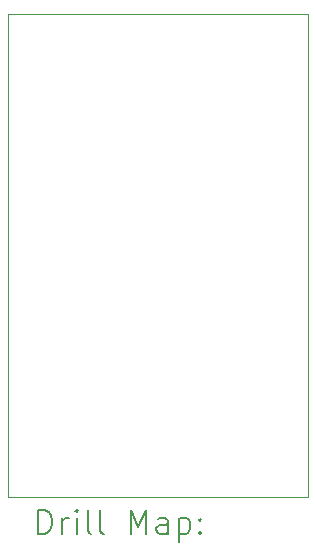
<source format=gbr>
%TF.GenerationSoftware,KiCad,Pcbnew,9.0.6*%
%TF.CreationDate,2026-01-08T16:00:19-06:00*%
%TF.ProjectId,QFN-28_6x6_P0.65,51464e2d-3238-45f3-9678-365f50302e36,rev?*%
%TF.SameCoordinates,Original*%
%TF.FileFunction,Drillmap*%
%TF.FilePolarity,Positive*%
%FSLAX45Y45*%
G04 Gerber Fmt 4.5, Leading zero omitted, Abs format (unit mm)*
G04 Created by KiCad (PCBNEW 9.0.6) date 2026-01-08 16:00:19*
%MOMM*%
%LPD*%
G01*
G04 APERTURE LIST*
%ADD10C,0.050000*%
%ADD11C,0.200000*%
G04 APERTURE END LIST*
D10*
X10388600Y-9061623D02*
X12928600Y-9061623D01*
X12928600Y-13151023D01*
X10388600Y-13151023D01*
X10388600Y-9061623D01*
D11*
X10646877Y-13465007D02*
X10646877Y-13265007D01*
X10646877Y-13265007D02*
X10694496Y-13265007D01*
X10694496Y-13265007D02*
X10723067Y-13274531D01*
X10723067Y-13274531D02*
X10742115Y-13293578D01*
X10742115Y-13293578D02*
X10751639Y-13312626D01*
X10751639Y-13312626D02*
X10761163Y-13350721D01*
X10761163Y-13350721D02*
X10761163Y-13379292D01*
X10761163Y-13379292D02*
X10751639Y-13417388D01*
X10751639Y-13417388D02*
X10742115Y-13436435D01*
X10742115Y-13436435D02*
X10723067Y-13455483D01*
X10723067Y-13455483D02*
X10694496Y-13465007D01*
X10694496Y-13465007D02*
X10646877Y-13465007D01*
X10846877Y-13465007D02*
X10846877Y-13331673D01*
X10846877Y-13369769D02*
X10856401Y-13350721D01*
X10856401Y-13350721D02*
X10865924Y-13341197D01*
X10865924Y-13341197D02*
X10884972Y-13331673D01*
X10884972Y-13331673D02*
X10904020Y-13331673D01*
X10970686Y-13465007D02*
X10970686Y-13331673D01*
X10970686Y-13265007D02*
X10961163Y-13274531D01*
X10961163Y-13274531D02*
X10970686Y-13284054D01*
X10970686Y-13284054D02*
X10980210Y-13274531D01*
X10980210Y-13274531D02*
X10970686Y-13265007D01*
X10970686Y-13265007D02*
X10970686Y-13284054D01*
X11094496Y-13465007D02*
X11075448Y-13455483D01*
X11075448Y-13455483D02*
X11065924Y-13436435D01*
X11065924Y-13436435D02*
X11065924Y-13265007D01*
X11199258Y-13465007D02*
X11180210Y-13455483D01*
X11180210Y-13455483D02*
X11170686Y-13436435D01*
X11170686Y-13436435D02*
X11170686Y-13265007D01*
X11427829Y-13465007D02*
X11427829Y-13265007D01*
X11427829Y-13265007D02*
X11494496Y-13407864D01*
X11494496Y-13407864D02*
X11561162Y-13265007D01*
X11561162Y-13265007D02*
X11561162Y-13465007D01*
X11742115Y-13465007D02*
X11742115Y-13360245D01*
X11742115Y-13360245D02*
X11732591Y-13341197D01*
X11732591Y-13341197D02*
X11713543Y-13331673D01*
X11713543Y-13331673D02*
X11675448Y-13331673D01*
X11675448Y-13331673D02*
X11656401Y-13341197D01*
X11742115Y-13455483D02*
X11723067Y-13465007D01*
X11723067Y-13465007D02*
X11675448Y-13465007D01*
X11675448Y-13465007D02*
X11656401Y-13455483D01*
X11656401Y-13455483D02*
X11646877Y-13436435D01*
X11646877Y-13436435D02*
X11646877Y-13417388D01*
X11646877Y-13417388D02*
X11656401Y-13398340D01*
X11656401Y-13398340D02*
X11675448Y-13388816D01*
X11675448Y-13388816D02*
X11723067Y-13388816D01*
X11723067Y-13388816D02*
X11742115Y-13379292D01*
X11837353Y-13331673D02*
X11837353Y-13531673D01*
X11837353Y-13341197D02*
X11856401Y-13331673D01*
X11856401Y-13331673D02*
X11894496Y-13331673D01*
X11894496Y-13331673D02*
X11913543Y-13341197D01*
X11913543Y-13341197D02*
X11923067Y-13350721D01*
X11923067Y-13350721D02*
X11932591Y-13369769D01*
X11932591Y-13369769D02*
X11932591Y-13426911D01*
X11932591Y-13426911D02*
X11923067Y-13445959D01*
X11923067Y-13445959D02*
X11913543Y-13455483D01*
X11913543Y-13455483D02*
X11894496Y-13465007D01*
X11894496Y-13465007D02*
X11856401Y-13465007D01*
X11856401Y-13465007D02*
X11837353Y-13455483D01*
X12018305Y-13445959D02*
X12027829Y-13455483D01*
X12027829Y-13455483D02*
X12018305Y-13465007D01*
X12018305Y-13465007D02*
X12008782Y-13455483D01*
X12008782Y-13455483D02*
X12018305Y-13445959D01*
X12018305Y-13445959D02*
X12018305Y-13465007D01*
X12018305Y-13341197D02*
X12027829Y-13350721D01*
X12027829Y-13350721D02*
X12018305Y-13360245D01*
X12018305Y-13360245D02*
X12008782Y-13350721D01*
X12008782Y-13350721D02*
X12018305Y-13341197D01*
X12018305Y-13341197D02*
X12018305Y-13360245D01*
M02*

</source>
